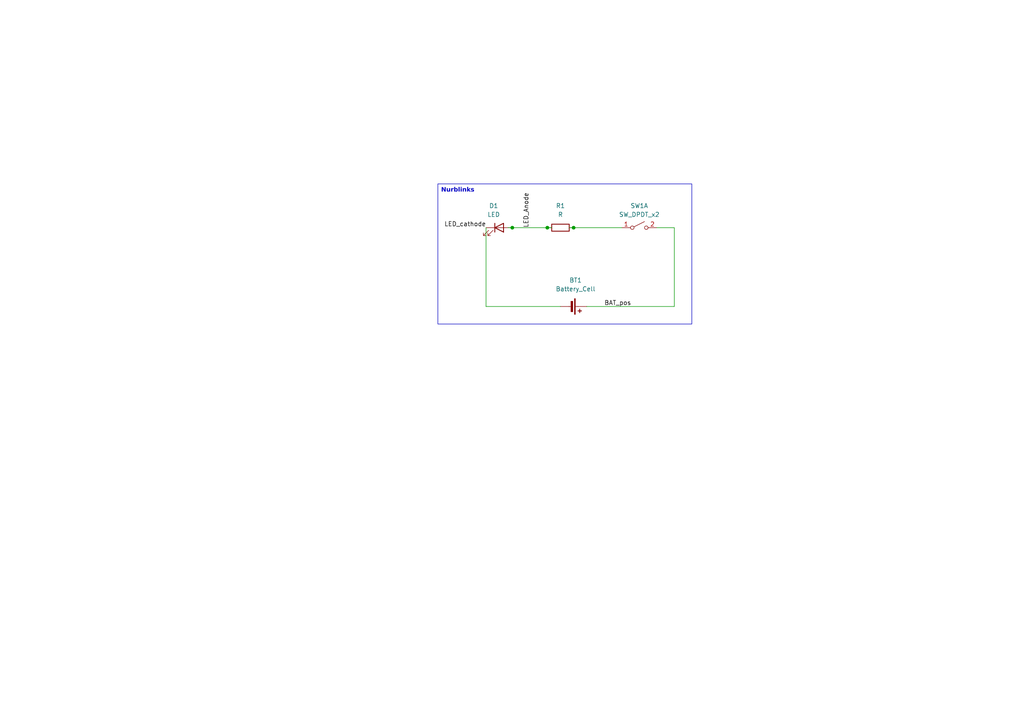
<source format=kicad_sch>
(kicad_sch (version 20250114) (generator "eeschema") (generator_version "9.0")
  (paper "A4")
  (title_block (title "Nurblinks") (date "2025-06-08") (rev "Project_1| Led Torch"))
  (lib_symbols
    (symbol "Device:Battery_Cell" (pin_numbers (hide yes)) (pin_names (offset 0) (hide yes))
      (property "Reference" "BT" (at 2.54 2.54 0))
      (property "Value" "Battery_Cell" (at 2.54 0 0))
      (symbol "Battery_Cell_0_1"
        (rectangle (start -2.286 1.778) (end 2.286 1.524) (fill (type outline)))
        (rectangle (start -1.524 1.016) (end 1.524 0.508) (fill (type outline)))
        (polyline (pts (xy 0 1.778) (xy 0 2.54)))
        (polyline (pts (xy 0 0.762) (xy 0 0)))
        (polyline (pts (xy 0.762 3.048) (xy 1.778 3.048)) (stroke (width 0.254)))
        (polyline (pts (xy 1.27 3.556) (xy 1.27 2.54)) (stroke (width 0.254)))
      )
      (symbol "Battery_Cell_1_1"
        (pin passive line (at 0 5.08 270) (length 2.54) (name "+") (number "1"))
        (pin passive line (at 0 -2.54 90) (length 2.54) (name "-") (number "2"))
      )
    )
    (symbol "Device:LED" (pin_numbers (hide yes)) (pin_names (offset 1.016) (hide yes))
      (property "Reference" "D" (at 0 2.54 0))
      (property "Value" "LED" (at 0 -2.54 0))
      (symbol "LED_0_1"
        (polyline (pts (xy -3.048 -0.762) (xy -4.572 -2.286) (xy -3.81 -2.286) (xy -4.572 -2.286) (xy -4.572 -1.524)))
        (polyline (pts (xy -1.778 -0.762) (xy -3.302 -2.286) (xy -2.54 -2.286) (xy -3.302 -2.286) (xy -3.302 -1.524)))
        (polyline (pts (xy -1.27 0) (xy 1.27 0)))
        (polyline (pts (xy -1.27 -1.27) (xy -1.27 1.27)) (stroke (width 0.254)))
        (polyline (pts (xy 1.27 -1.27) (xy 1.27 1.27) (xy -1.27 0) (xy 1.27 -1.27)) (stroke (width 0.254)))
      )
      (symbol "LED_1_1"
        (pin passive line (at -3.81 0 0) (length 2.54) (name "K") (number "1"))
        (pin passive line (at 3.81 0 180) (length 2.54) (name "A") (number "2"))
      )
    )
    (symbol "Device:R" (pin_numbers (hide yes)) (pin_names (offset 0))
      (property "Reference" "R" (at 2.032 0 90))
      (property "Value" "R" (at 0 0 90))
      (symbol "R_0_1"
        (rectangle (start -1.016 -2.54) (end 1.016 2.54) (stroke (width 0.254)))
      )
      (symbol "R_1_1"
        (pin passive line (at 0 3.81 270) (length 1.27) (name "~") (number "1"))
        (pin passive line (at 0 -3.81 90) (length 1.27) (name "~") (number "2"))
      )
    )
    (symbol "Switch:SW_DPST_x2" (pin_names (offset 0) (hide yes))
      (property "Reference" "SW" (at 0 3.175 0))
      (property "Value" "SW_DPST_x2" (at 0 -2.54 0))
      (symbol "SW_DPST_x2_0_0"
        (circle (center -2.032 0) (radius 0.508))
        (polyline (pts (xy -1.524 0.254) (xy 1.524 1.778)))
        (circle (center 2.032 0) (radius 0.508))
      )
      (symbol "SW_DPST_x2_1_1"
        (pin passive line (at -5.08 0 0) (length 2.54) (name "A") (number "1"))
        (pin passive line (at 5.08 0 180) (length 2.54) (name "B") (number "2"))
      )
      (symbol "SW_DPST_x2_2_1"
        (pin passive line (at -5.08 0 0) (length 2.54) (name "A") (number "3"))
        (pin passive line (at 5.08 0 180) (length 2.54) (name "B") (number "4"))
      )
    )
  )
  (text_box "Nurblinks" (at 127 53.34 0) (size 73.66 40.64) (margins 0.9525 0.9525 0.9525 0.9525) (effects (font (size 1.27 1.27) (bold yes)) (justify left top)))
  (junction (at 158.75 66.04))
  (junction (at 148.59 66.04))
  (junction (at 166.37 66.04))
  (wire (pts (xy 148.59 66.04) (xy 158.75 66.04)))
  (wire (pts (xy 140.97 66.04) (xy 140.97 88.9)))
  (wire (pts (xy 195.58 66.04) (xy 195.58 88.9)))
  (wire (pts (xy 147.32 66.04) (xy 148.59 66.04)))
  (wire (pts (xy 170.18 88.9) (xy 195.58 88.9)))
  (wire (pts (xy 158.75 66.04) (xy 160.02 66.04)))
  (wire (pts (xy 190.5 66.04) (xy 195.58 66.04)))
  (wire (pts (xy 140.97 88.9) (xy 162.56 88.9)))
  (wire (pts (xy 165.1 66.04) (xy 166.37 66.04)))
  (wire (pts (xy 166.37 66.04) (xy 180.34 66.04)))
  (label "BAT_pos" (at 175.26 88.9 0))
  (label "LED_Anode" (at 153.67 66.04 90))
  (label "LED_cathode" (at 140.97 66.04 180))
  (symbol (lib_id "Device:Battery_Cell") (at 165.1 88.9 270) (unit 1)
    (property "Reference" "BT1" (at 166.9415 81.28 90))
    (property "Value" "Battery_Cell" (at 166.9415 83.82 90))
    (property "Footprint" "Battery:BatteryHolder_Keystone_1058_1x2032" (effects (hide yes)))
    (property "Description" "Single-cell battery" (effects (hide yes)))
  )
  (symbol (lib_id "Device:LED") (at 144.78 66.04 0) (unit 1)
    (property "Reference" "D1" (at 143.1925 59.69 0))
    (property "Value" "LED" (at 143.1925 62.23 0))
    (property "Footprint" "LED_THT:LED_D5.0mm" (effects (hide yes)))
    (property "Description" "Light emitting diode" (effects (hide yes)))
    (property "Sim.Pins" "1=K 2=A" (effects (hide yes)))
  )
  (symbol (lib_id "Device:R") (at 162.56 66.04 270) (unit 1)
    (property "Reference" "R1" (at 162.56 59.69 90))
    (property "Value" "R" (at 162.56 62.23 90))
    (property "Footprint" "Resistor_THT:R_Axial_DIN0204_L3.6mm_D1.6mm_P7.62mm_Horizontal" (effects (hide yes)))
    (property "Description" "Resistor" (effects (hide yes)))
  )
  (symbol (lib_id "Switch:SW_DPST_x2") (at 185.42 66.04 0) (unit 1)
    (property "Reference" "SW1" (at 185.42 59.69 0))
    (property "Value" "SW_DPDT_x2" (at 185.42 62.23 0))
    (property "Footprint" "Button_Switch_THT:SW_SPST_Omron_B3F-40xx" (effects (hide yes)))
    (property "Description" "Single Pole Single Throw (SPST) switch, separate symbol" (effects (hide yes)))
  )
)
</source>
